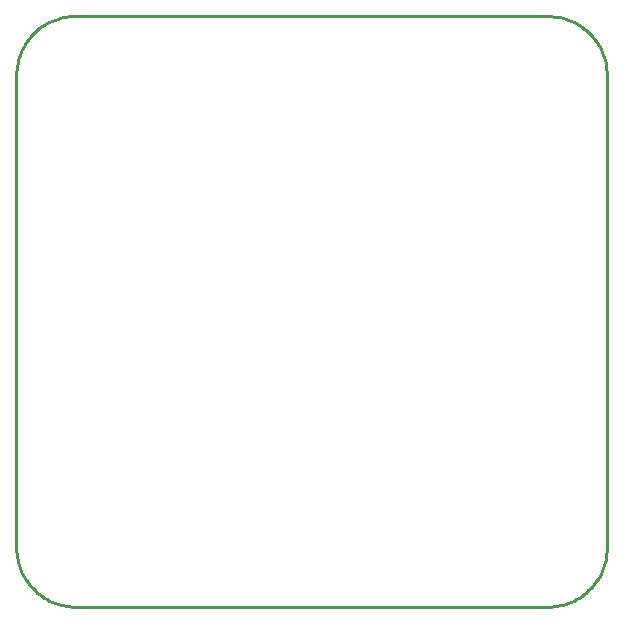
<source format=gko>
G04*
G04 #@! TF.GenerationSoftware,Altium Limited,Altium Designer,18.1.1 (9)*
G04*
G04 Layer_Color=16711935*
%FSLAX23Y23*%
%MOIN*%
G70*
G01*
G75*
%ADD17C,0.010*%
D17*
X1772Y0D02*
X1782Y0D01*
X1792Y1D01*
X1801Y2D01*
X1811Y4D01*
X1821Y6D01*
X1831Y9D01*
X1840Y12D01*
X1849Y16D01*
X1858Y20D01*
X1867Y25D01*
X1876Y30D01*
X1884Y35D01*
X1892Y41D01*
X1900Y47D01*
X1907Y54D01*
X1914Y61D01*
X1921Y69D01*
X1927Y76D01*
X1933Y84D01*
X1939Y93D01*
X1944Y101D01*
X1948Y110D01*
X1953Y119D01*
X1956Y128D01*
X1959Y138D01*
X1962Y148D01*
X1964Y157D01*
X1966Y167D01*
X1967Y177D01*
X1968Y187D01*
X1969Y197D01*
X197Y1969D02*
X187Y1969D01*
X177Y1968D01*
X167Y1967D01*
X157Y1965D01*
X147Y1963D01*
X138Y1960D01*
X128Y1957D01*
X119Y1953D01*
X110Y1949D01*
X101Y1944D01*
X93Y1939D01*
X84Y1934D01*
X76Y1928D01*
X68Y1922D01*
X61Y1915D01*
X54Y1908D01*
X47Y1900D01*
X41Y1893D01*
X35Y1884D01*
X30Y1876D01*
X25Y1867D01*
X20Y1859D01*
X16Y1850D01*
X12Y1840D01*
X9Y1831D01*
X6Y1821D01*
X4Y1811D01*
X2Y1802D01*
X1Y1792D01*
X0Y1782D01*
X-0Y1772D01*
X1969D02*
X1968Y1782D01*
X1967Y1792D01*
X1966Y1801D01*
X1964Y1811D01*
X1962Y1821D01*
X1959Y1831D01*
X1956Y1840D01*
X1953Y1849D01*
X1948Y1858D01*
X1944Y1867D01*
X1939Y1876D01*
X1933Y1884D01*
X1927Y1892D01*
X1921Y1900D01*
X1914Y1907D01*
X1907Y1914D01*
X1900Y1921D01*
X1892Y1927D01*
X1884Y1933D01*
X1876Y1939D01*
X1867Y1944D01*
X1858Y1948D01*
X1849Y1953D01*
X1840Y1956D01*
X1831Y1959D01*
X1821Y1962D01*
X1811Y1964D01*
X1801Y1966D01*
X1792Y1967D01*
X1782Y1968D01*
X1772Y1969D01*
X0Y197D02*
X0Y187D01*
X1Y177D01*
X2Y167D01*
X4Y157D01*
X6Y148D01*
X9Y138D01*
X12Y128D01*
X16Y119D01*
X20Y110D01*
X25Y101D01*
X30Y93D01*
X35Y84D01*
X41Y76D01*
X47Y69D01*
X54Y61D01*
X61Y54D01*
X69Y47D01*
X76Y41D01*
X84Y35D01*
X93Y30D01*
X101Y25D01*
X110Y20D01*
X119Y16D01*
X128Y12D01*
X138Y9D01*
X148Y6D01*
X157Y4D01*
X167Y2D01*
X177Y1D01*
X187Y0D01*
X197Y0D01*
X1969Y1772D02*
X1969Y197D01*
X197Y1969D02*
X1772D01*
X0Y1772D02*
X0Y197D01*
X197Y0D02*
X1772Y0D01*
M02*

</source>
